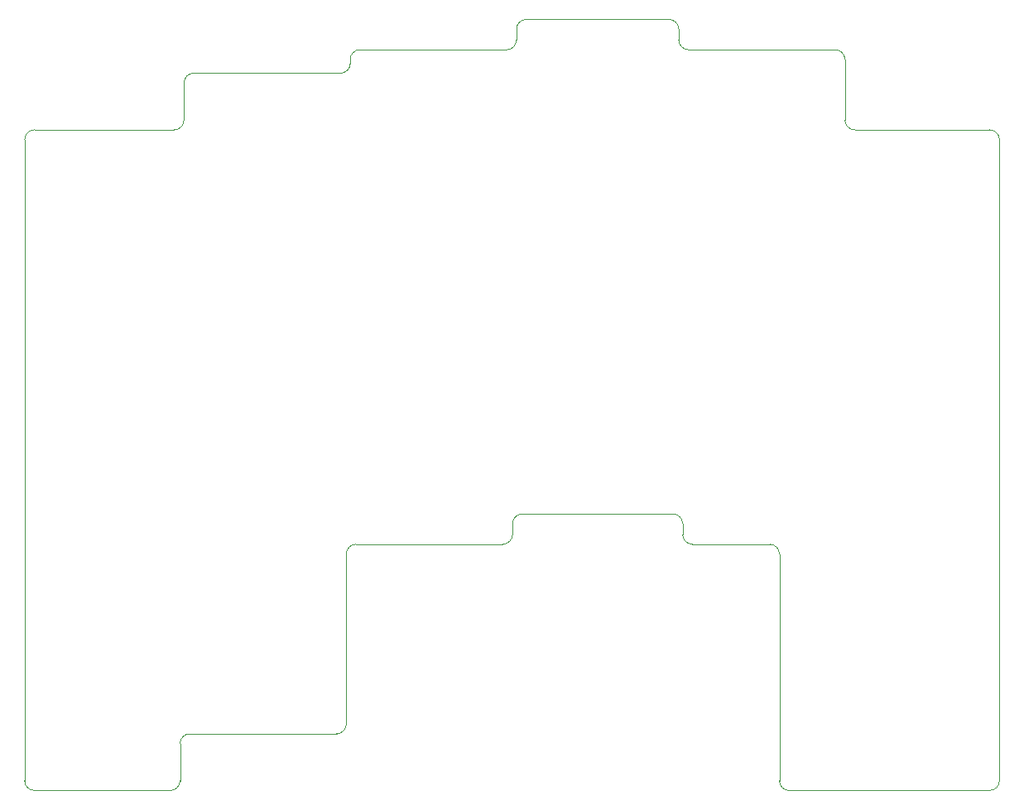
<source format=gbr>
G04 #@! TF.GenerationSoftware,KiCad,Pcbnew,9.0.0*
G04 #@! TF.CreationDate,2025-04-19T15:35:46+09:00*
G04 #@! TF.ProjectId,nofy_V2_R,6e6f6679-5f56-4325-9f52-2e6b69636164,rev?*
G04 #@! TF.SameCoordinates,Original*
G04 #@! TF.FileFunction,Profile,NP*
%FSLAX46Y46*%
G04 Gerber Fmt 4.6, Leading zero omitted, Abs format (unit mm)*
G04 Created by KiCad (PCBNEW 9.0.0) date 2025-04-19 15:35:46*
%MOMM*%
%LPD*%
G01*
G04 APERTURE LIST*
G04 #@! TA.AperFunction,Profile*
%ADD10C,0.050000*%
G04 #@! TD*
G04 APERTURE END LIST*
D10*
X54512500Y-24025850D02*
G75*
G02*
X53512500Y-25025900I-1000000J-50D01*
G01*
X87512500Y-70125850D02*
G75*
G02*
X88512450Y-71125850I0J-999950D01*
G01*
X21212500Y-31825850D02*
X21212500Y-97425850D01*
X71512500Y-20525850D02*
G75*
G02*
X72512500Y-19525800I1000000J50D01*
G01*
X71112500Y-71125850D02*
G75*
G02*
X72112500Y-70125800I1000000J50D01*
G01*
X99412500Y-98425850D02*
X119912500Y-98425850D01*
X37112500Y-97425850D02*
G75*
G02*
X36112500Y-98425850I-1000000J0D01*
G01*
X71512500Y-21625850D02*
G75*
G02*
X70512500Y-22625900I-1000000J-50D01*
G01*
X106112500Y-30825843D02*
G75*
G02*
X105112457Y-29825843I0J1000043D01*
G01*
X37112500Y-97425850D02*
X37112500Y-93625850D01*
X71512500Y-20525850D02*
X71512500Y-21625850D01*
X98412500Y-74225850D02*
X98412500Y-97425850D01*
X54112500Y-74225850D02*
G75*
G02*
X55112500Y-73225800I1000000J50D01*
G01*
X87112500Y-19525850D02*
X72512500Y-19525850D01*
X104112500Y-22625850D02*
X89112500Y-22625850D01*
X97412500Y-73225850D02*
G75*
G02*
X98412450Y-74225850I0J-999950D01*
G01*
X71112500Y-72225850D02*
X71112500Y-71125850D01*
X89512500Y-73225850D02*
X97412500Y-73225850D01*
X89112500Y-22625850D02*
G75*
G02*
X88112550Y-21625850I0J999950D01*
G01*
X55112500Y-73225850D02*
X70112500Y-73225850D01*
X70512500Y-22625850D02*
X55512500Y-22625850D01*
X71112500Y-72225850D02*
G75*
G02*
X70112500Y-73225900I-1000000J-50D01*
G01*
X37512500Y-26025850D02*
G75*
G02*
X38512500Y-25025800I1000000J50D01*
G01*
X22212500Y-98425850D02*
G75*
G02*
X21212550Y-97425850I0J999950D01*
G01*
X104112500Y-22625850D02*
G75*
G02*
X105112450Y-23625850I0J-999950D01*
G01*
X72112500Y-70125850D02*
X87512500Y-70125850D01*
X89512500Y-73225850D02*
G75*
G02*
X88512550Y-72225850I0J999950D01*
G01*
X22212500Y-98425850D02*
X36112500Y-98425850D01*
X21212500Y-31825850D02*
G75*
G02*
X22212500Y-30825850I1000000J0D01*
G01*
X37512500Y-29825850D02*
X37512500Y-26025850D01*
X36512500Y-30825850D02*
X22212500Y-30825850D01*
X87112500Y-19525850D02*
G75*
G02*
X88112450Y-20525850I0J-999950D01*
G01*
X88512500Y-71125850D02*
X88512500Y-72225850D01*
X99412500Y-98425850D02*
G75*
G02*
X98412550Y-97425850I0J999950D01*
G01*
X38112500Y-92625850D02*
X53112500Y-92625850D01*
X88112500Y-21625850D02*
X88112500Y-20525850D01*
X120912500Y-31825850D02*
X120912500Y-97425850D01*
X53512500Y-25025850D02*
X38512500Y-25025850D01*
X54112500Y-91625850D02*
X54112500Y-74225850D01*
X105112500Y-29825843D02*
X105112500Y-23625850D01*
X119912500Y-30825850D02*
G75*
G02*
X120912450Y-31825850I0J-999950D01*
G01*
X37512500Y-29825850D02*
G75*
G02*
X36512500Y-30825850I-1000000J0D01*
G01*
X37112500Y-93625850D02*
G75*
G02*
X38112500Y-92625800I1000000J50D01*
G01*
X54512500Y-23625850D02*
X54512500Y-24025850D01*
X54512500Y-23625850D02*
G75*
G02*
X55512500Y-22625800I1000000J50D01*
G01*
X54112500Y-91625850D02*
G75*
G02*
X53112500Y-92625900I-1000000J-50D01*
G01*
X119912500Y-30825850D02*
X106112500Y-30825843D01*
X120912500Y-97425850D02*
G75*
G02*
X119912500Y-98425900I-1000000J-50D01*
G01*
M02*

</source>
